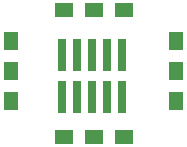
<source format=gbr>
%TF.GenerationSoftware,KiCad,Pcbnew,6.0.8-f2edbf62ab~116~ubuntu22.04.1*%
%TF.CreationDate,2022-10-04T18:23:03-04:00*%
%TF.ProjectId,PicoDebugInterface,5069636f-4465-4627-9567-496e74657266,rev?*%
%TF.SameCoordinates,Original*%
%TF.FileFunction,Soldermask,Top*%
%TF.FilePolarity,Negative*%
%FSLAX46Y46*%
G04 Gerber Fmt 4.6, Leading zero omitted, Abs format (unit mm)*
G04 Created by KiCad (PCBNEW 6.0.8-f2edbf62ab~116~ubuntu22.04.1) date 2022-10-04 18:23:03*
%MOMM*%
%LPD*%
G01*
G04 APERTURE LIST*
%ADD10R,1.524000X1.143000*%
%ADD11R,1.143000X1.524000*%
%ADD12R,0.660400X2.768600*%
G04 APERTURE END LIST*
D10*
%TO.C,J2*%
X126238000Y-67119500D03*
X128778000Y-67119500D03*
X131318000Y-67119500D03*
%TD*%
D11*
%TO.C,J4*%
X135763000Y-64135000D03*
X135763000Y-61595000D03*
X135763000Y-59055000D03*
%TD*%
D12*
%TO.C,J1*%
X126111000Y-63728000D03*
X126111000Y-60198000D03*
X127381000Y-63728000D03*
X127381000Y-60198000D03*
X128651000Y-63728000D03*
X128651000Y-60198000D03*
X129921000Y-63728000D03*
X129921000Y-60198000D03*
X131191000Y-63728000D03*
X131191000Y-60198000D03*
%TD*%
D10*
%TO.C,J5*%
X126238000Y-56388000D03*
X128778000Y-56388000D03*
X131318000Y-56388000D03*
%TD*%
D11*
%TO.C,J3*%
X121791000Y-64135000D03*
X121791000Y-61595000D03*
X121791000Y-59055000D03*
%TD*%
M02*

</source>
